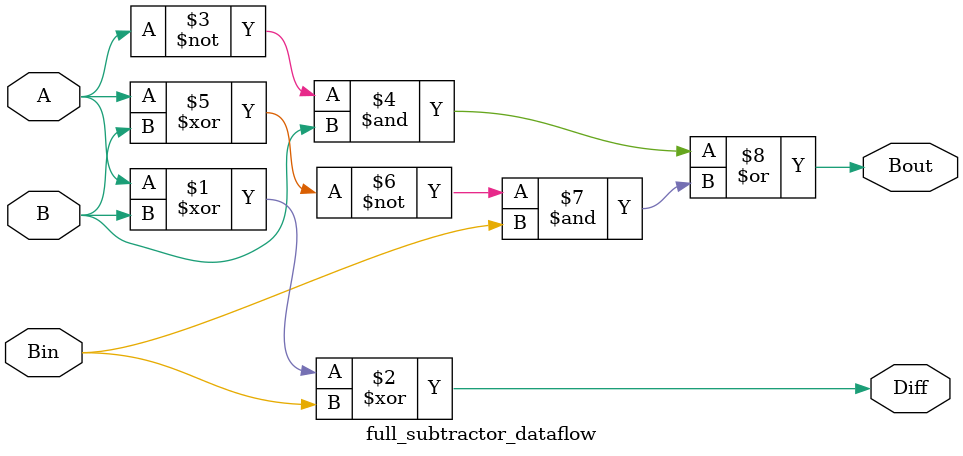
<source format=v>
module full_subtractor_dataflow(input A, B, Bin, output Diff, Bout);
    assign Diff = A ^ B ^ Bin;
    assign Bout = (~A & B) | ((~(A ^ B)) & Bin);
endmodule


</source>
